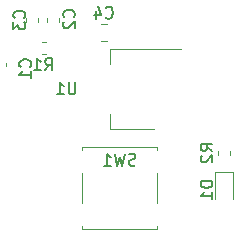
<source format=gbr>
G04 #@! TF.GenerationSoftware,KiCad,Pcbnew,6.0.0-rc1-unknown-bb2e402~66~ubuntu18.04.1*
G04 #@! TF.CreationDate,2019-04-16T15:47:46+02:00
G04 #@! TF.ProjectId,PentaESPConverter,50656e74-6145-4535-9043-6f6e76657274,rev?*
G04 #@! TF.SameCoordinates,Original*
G04 #@! TF.FileFunction,Legend,Bot*
G04 #@! TF.FilePolarity,Positive*
%FSLAX46Y46*%
G04 Gerber Fmt 4.6, Leading zero omitted, Abs format (unit mm)*
G04 Created by KiCad (PCBNEW 6.0.0-rc1-unknown-bb2e402~66~ubuntu18.04.1) date Di 16 Apr 2019 15:47:46 CEST*
%MOMM*%
%LPD*%
G04 APERTURE LIST*
%ADD10C,0.120000*%
%ADD11C,0.150000*%
G04 APERTURE END LIST*
D10*
X143893000Y-110162221D02*
X143893000Y-110487779D01*
X142873000Y-110162221D02*
X142873000Y-110487779D01*
X133466578Y-100849500D02*
X132949422Y-100849500D01*
X133466578Y-99429500D02*
X132949422Y-99429500D01*
X144118000Y-111964000D02*
X144118000Y-114249000D01*
X142648000Y-111964000D02*
X144118000Y-111964000D01*
X142648000Y-114249000D02*
X142648000Y-111964000D01*
X137706500Y-114584000D02*
X137706500Y-111984000D01*
X131406500Y-109834000D02*
X131406500Y-110084000D01*
X137706500Y-109834000D02*
X131406500Y-109834000D01*
X137706500Y-110084000D02*
X137706500Y-109834000D01*
X131406500Y-111984000D02*
X131406500Y-114584000D01*
X137706500Y-116734000D02*
X137706500Y-116484000D01*
X131406500Y-116734000D02*
X137706500Y-116734000D01*
X131406500Y-116484000D02*
X131406500Y-116734000D01*
X128331279Y-101983000D02*
X128005721Y-101983000D01*
X128331279Y-100963000D02*
X128005721Y-100963000D01*
X127637000Y-98935221D02*
X127637000Y-99260779D01*
X126617000Y-98935221D02*
X126617000Y-99260779D01*
X129415000Y-98935221D02*
X129415000Y-99260779D01*
X128395000Y-98935221D02*
X128395000Y-99260779D01*
X125986000Y-102669221D02*
X125986000Y-102994779D01*
X124966000Y-102669221D02*
X124966000Y-102994779D01*
X139736000Y-101492000D02*
X133726000Y-101492000D01*
X137486000Y-108312000D02*
X133726000Y-108312000D01*
X133726000Y-101492000D02*
X133726000Y-102752000D01*
X133726000Y-108312000D02*
X133726000Y-107052000D01*
D11*
X142405380Y-110158333D02*
X141929190Y-109825000D01*
X142405380Y-109586904D02*
X141405380Y-109586904D01*
X141405380Y-109967857D01*
X141453000Y-110063095D01*
X141500619Y-110110714D01*
X141595857Y-110158333D01*
X141738714Y-110158333D01*
X141833952Y-110110714D01*
X141881571Y-110063095D01*
X141929190Y-109967857D01*
X141929190Y-109586904D01*
X141500619Y-110539285D02*
X141453000Y-110586904D01*
X141405380Y-110682142D01*
X141405380Y-110920238D01*
X141453000Y-111015476D01*
X141500619Y-111063095D01*
X141595857Y-111110714D01*
X141691095Y-111110714D01*
X141833952Y-111063095D01*
X142405380Y-110491666D01*
X142405380Y-111110714D01*
X133374666Y-98846642D02*
X133422285Y-98894261D01*
X133565142Y-98941880D01*
X133660380Y-98941880D01*
X133803238Y-98894261D01*
X133898476Y-98799023D01*
X133946095Y-98703785D01*
X133993714Y-98513309D01*
X133993714Y-98370452D01*
X133946095Y-98179976D01*
X133898476Y-98084738D01*
X133803238Y-97989500D01*
X133660380Y-97941880D01*
X133565142Y-97941880D01*
X133422285Y-97989500D01*
X133374666Y-98037119D01*
X132517523Y-98275214D02*
X132517523Y-98941880D01*
X132755619Y-97894261D02*
X132993714Y-98608547D01*
X132374666Y-98608547D01*
X142405380Y-112710904D02*
X141405380Y-112710904D01*
X141405380Y-112949000D01*
X141453000Y-113091857D01*
X141548238Y-113187095D01*
X141643476Y-113234714D01*
X141833952Y-113282333D01*
X141976809Y-113282333D01*
X142167285Y-113234714D01*
X142262523Y-113187095D01*
X142357761Y-113091857D01*
X142405380Y-112949000D01*
X142405380Y-112710904D01*
X142405380Y-114234714D02*
X142405380Y-113663285D01*
X142405380Y-113949000D02*
X141405380Y-113949000D01*
X141548238Y-113853761D01*
X141643476Y-113758523D01*
X141691095Y-113663285D01*
X135889833Y-111339261D02*
X135746976Y-111386880D01*
X135508880Y-111386880D01*
X135413642Y-111339261D01*
X135366023Y-111291642D01*
X135318404Y-111196404D01*
X135318404Y-111101166D01*
X135366023Y-111005928D01*
X135413642Y-110958309D01*
X135508880Y-110910690D01*
X135699357Y-110863071D01*
X135794595Y-110815452D01*
X135842214Y-110767833D01*
X135889833Y-110672595D01*
X135889833Y-110577357D01*
X135842214Y-110482119D01*
X135794595Y-110434500D01*
X135699357Y-110386880D01*
X135461261Y-110386880D01*
X135318404Y-110434500D01*
X134985071Y-110386880D02*
X134746976Y-111386880D01*
X134556500Y-110672595D01*
X134366023Y-111386880D01*
X134127928Y-110386880D01*
X133223166Y-111386880D02*
X133794595Y-111386880D01*
X133508880Y-111386880D02*
X133508880Y-110386880D01*
X133604119Y-110529738D01*
X133699357Y-110624976D01*
X133794595Y-110672595D01*
X128246166Y-103322380D02*
X128579500Y-102846190D01*
X128817595Y-103322380D02*
X128817595Y-102322380D01*
X128436642Y-102322380D01*
X128341404Y-102370000D01*
X128293785Y-102417619D01*
X128246166Y-102512857D01*
X128246166Y-102655714D01*
X128293785Y-102750952D01*
X128341404Y-102798571D01*
X128436642Y-102846190D01*
X128817595Y-102846190D01*
X127293785Y-103322380D02*
X127865214Y-103322380D01*
X127579500Y-103322380D02*
X127579500Y-102322380D01*
X127674738Y-102465238D01*
X127769976Y-102560476D01*
X127865214Y-102608095D01*
X126468142Y-98893333D02*
X126515761Y-98845714D01*
X126563380Y-98702857D01*
X126563380Y-98607619D01*
X126515761Y-98464761D01*
X126420523Y-98369523D01*
X126325285Y-98321904D01*
X126134809Y-98274285D01*
X125991952Y-98274285D01*
X125801476Y-98321904D01*
X125706238Y-98369523D01*
X125611000Y-98464761D01*
X125563380Y-98607619D01*
X125563380Y-98702857D01*
X125611000Y-98845714D01*
X125658619Y-98893333D01*
X125563380Y-99226666D02*
X125563380Y-99845714D01*
X125944333Y-99512380D01*
X125944333Y-99655238D01*
X125991952Y-99750476D01*
X126039571Y-99798095D01*
X126134809Y-99845714D01*
X126372904Y-99845714D01*
X126468142Y-99798095D01*
X126515761Y-99750476D01*
X126563380Y-99655238D01*
X126563380Y-99369523D01*
X126515761Y-99274285D01*
X126468142Y-99226666D01*
X130659142Y-98829833D02*
X130706761Y-98782214D01*
X130754380Y-98639357D01*
X130754380Y-98544119D01*
X130706761Y-98401261D01*
X130611523Y-98306023D01*
X130516285Y-98258404D01*
X130325809Y-98210785D01*
X130182952Y-98210785D01*
X129992476Y-98258404D01*
X129897238Y-98306023D01*
X129802000Y-98401261D01*
X129754380Y-98544119D01*
X129754380Y-98639357D01*
X129802000Y-98782214D01*
X129849619Y-98829833D01*
X129849619Y-99210785D02*
X129802000Y-99258404D01*
X129754380Y-99353642D01*
X129754380Y-99591738D01*
X129802000Y-99686976D01*
X129849619Y-99734595D01*
X129944857Y-99782214D01*
X130040095Y-99782214D01*
X130182952Y-99734595D01*
X130754380Y-99163166D01*
X130754380Y-99782214D01*
X126976142Y-103020833D02*
X127023761Y-102973214D01*
X127071380Y-102830357D01*
X127071380Y-102735119D01*
X127023761Y-102592261D01*
X126928523Y-102497023D01*
X126833285Y-102449404D01*
X126642809Y-102401785D01*
X126499952Y-102401785D01*
X126309476Y-102449404D01*
X126214238Y-102497023D01*
X126119000Y-102592261D01*
X126071380Y-102735119D01*
X126071380Y-102830357D01*
X126119000Y-102973214D01*
X126166619Y-103020833D01*
X127071380Y-103973214D02*
X127071380Y-103401785D01*
X127071380Y-103687500D02*
X126071380Y-103687500D01*
X126214238Y-103592261D01*
X126309476Y-103497023D01*
X126357095Y-103401785D01*
X130809904Y-104354380D02*
X130809904Y-105163904D01*
X130762285Y-105259142D01*
X130714666Y-105306761D01*
X130619428Y-105354380D01*
X130428952Y-105354380D01*
X130333714Y-105306761D01*
X130286095Y-105259142D01*
X130238476Y-105163904D01*
X130238476Y-104354380D01*
X129238476Y-105354380D02*
X129809904Y-105354380D01*
X129524190Y-105354380D02*
X129524190Y-104354380D01*
X129619428Y-104497238D01*
X129714666Y-104592476D01*
X129809904Y-104640095D01*
M02*

</source>
